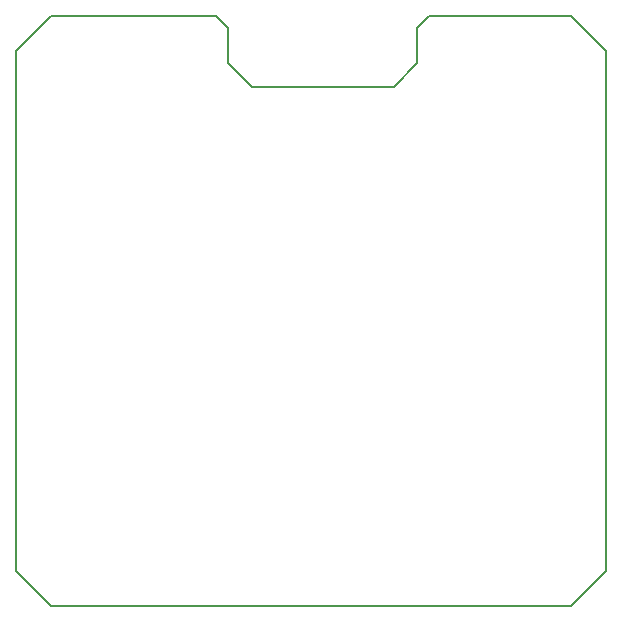
<source format=gbr>
G04 #@! TF.FileFunction,Profile,NP*
%FSLAX46Y46*%
G04 Gerber Fmt 4.6, Leading zero omitted, Abs format (unit mm)*
G04 Created by KiCad (PCBNEW 4.0.5) date Sun Jan  1 21:38:31 2017*
%MOMM*%
%LPD*%
G01*
G04 APERTURE LIST*
%ADD10C,0.100000*%
%ADD11C,0.150000*%
G04 APERTURE END LIST*
D10*
D11*
X142525000Y-70575000D02*
X128525000Y-70575000D01*
X172525000Y-70575000D02*
X160525000Y-70575000D01*
X159525000Y-71575000D02*
X160525000Y-70575000D01*
X159525000Y-74575000D02*
X159525000Y-71575000D01*
X157525000Y-76575000D02*
X159525000Y-74575000D01*
X145525000Y-76575000D02*
X157525000Y-76575000D01*
X143525000Y-74575000D02*
X145525000Y-76575000D01*
X143525000Y-71575000D02*
X143525000Y-74575000D01*
X142525000Y-70575000D02*
X143525000Y-71575000D01*
X125525000Y-117575000D02*
X128525000Y-120575000D01*
X175525000Y-117575000D02*
X172525000Y-120575000D01*
X175525000Y-73575000D02*
X172525000Y-70575000D01*
X128525000Y-70575000D02*
X125525000Y-73575000D01*
X125525000Y-117575000D02*
X125525000Y-73575000D01*
X172525000Y-120575000D02*
X128525000Y-120575000D01*
X175525000Y-73575000D02*
X175525000Y-117575000D01*
M02*

</source>
